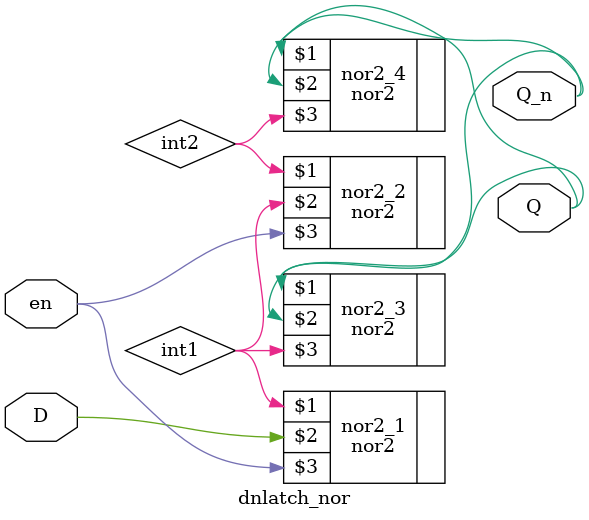
<source format=v>
`timescale 1ns / 1ps
module dnlatch_nor(
    output Q,
    output Q_n,
    input D,
    input en
    );

	wire int1, int2;
	 
	nor2 nor2_1(int1, D, en);
	nor2 nor2_2(int2, int1, en);
	nor2 nor2_3(Q, Q_n, int1);
	nor2 nor2_4(Q_n, Q, int2);

endmodule

</source>
